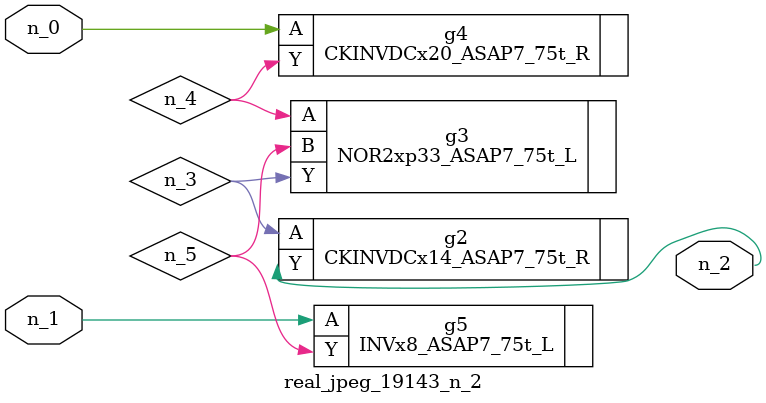
<source format=v>
module real_jpeg_19143_n_2 (n_1, n_0, n_2);

input n_1;
input n_0;

output n_2;

wire n_5;
wire n_4;
wire n_3;

CKINVDCx20_ASAP7_75t_R g4 ( 
.A(n_0),
.Y(n_4)
);

INVx8_ASAP7_75t_L g5 ( 
.A(n_1),
.Y(n_5)
);

CKINVDCx14_ASAP7_75t_R g2 ( 
.A(n_3),
.Y(n_2)
);

NOR2xp33_ASAP7_75t_L g3 ( 
.A(n_4),
.B(n_5),
.Y(n_3)
);


endmodule
</source>
